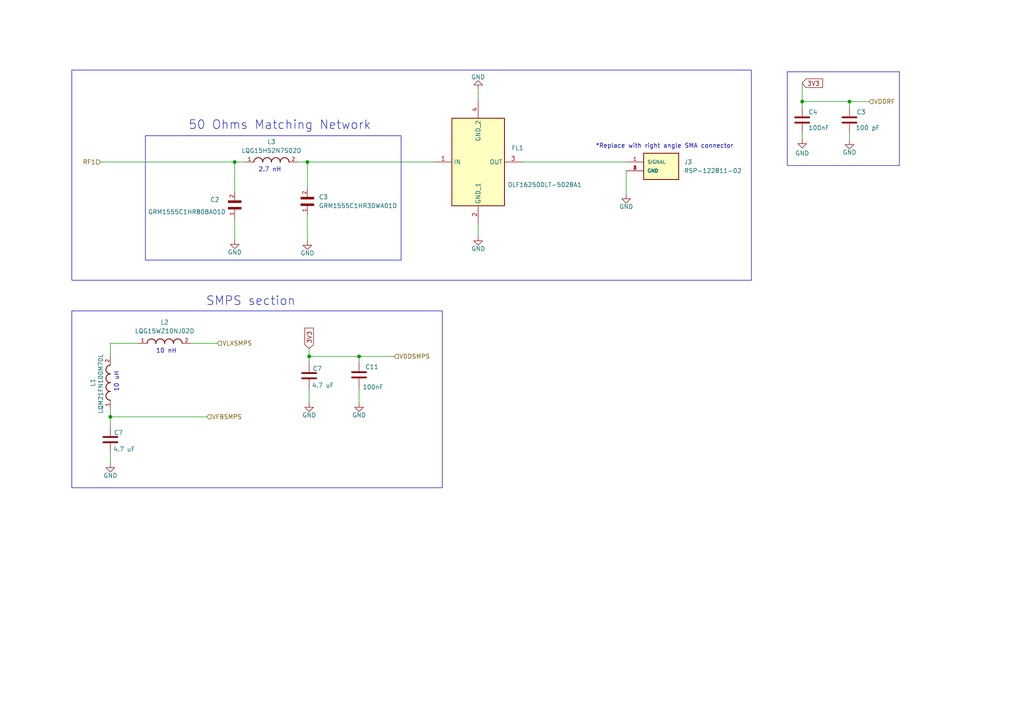
<source format=kicad_sch>
(kicad_sch (version 20230121) (generator eeschema)
  (paper "A4")
  (lib_symbols
    (symbol "DLF162500LT-5028A1:DLF162500LT-5028A1"
      (property "Reference" "FL" (at 21.59 17.78 0))
      (property "Value" "DLF162500LT-5028A1" (at 21.59 15.24 0))
      (symbol "DLF162500LT-5028A1_1_1"
        (rectangle (start 5.08 12.7) (end 20.32 -12.7) (stroke (width 0.254)) (fill (type background)))
        (pin passive line (at 0 0 0) (length 5.08) (name "IN") (number "1"))
        (pin passive line (at 12.7 -17.78 90) (length 5.08) (name "GND_1") (number "2"))
        (pin passive line (at 25.4 0 180) (length 5.08) (name "OUT") (number "3"))
        (pin passive line (at 12.7 17.78 270) (length 5.08) (name "GND_2") (number "4"))
      )
    )
    (symbol "Device:C" (pin_numbers hide) (pin_names (offset 0.254))
      (property "Reference" "C" (at 0.635 2.54 0))
      (property "Value" "C" (at 0.635 -2.54 0))
      (symbol "C_0_1"
        (polyline (pts (xy -2.032 -0.762) (xy 2.032 -0.762)) (stroke (width 0.508)))
        (polyline (pts (xy -2.032 0.762) (xy 2.032 0.762)) (stroke (width 0.508)))
      )
      (symbol "C_1_1"
        (pin passive line (at 0 3.81 270) (length 2.794) (name "~") (number "1"))
        (pin passive line (at 0 -3.81 90) (length 2.794) (name "~") (number "2"))
      )
    )
    (symbol "GRM1555C1HR30WA01D:GRM1555C1HR30WA01D" (pin_names (offset 1.016))
      (property "Reference" "C" (at 0 3.8109 0))
      (property "Value" "GRM1555C1HR30WA01D" (at 0 -5.0885 0))
      (symbol "GRM1555C1HR30WA01D_0_0"
        (rectangle (start 0 -1.9069) (end 0.635 1.905) (stroke (width 0.1)) (fill (type outline)))
        (rectangle (start 1.9069 -1.9069) (end 2.54 1.905) (stroke (width 0.1)) (fill (type outline)))
        (pin passive line (at -2.54 0 0) (length 2.54) (name "~") (number "1"))
        (pin passive line (at 5.08 0 180) (length 2.54) (name "~") (number "2"))
      )
    )
    (symbol "GRM1555C1HR80BA01D:GRM1555C1HR80BA01D" (pin_names (offset 1.016))
      (property "Reference" "C" (at 0 3.8109 0))
      (property "Value" "GRM1555C1HR80BA01D" (at 0 -5.0885 0))
      (symbol "GRM1555C1HR80BA01D_0_0"
        (rectangle (start 0 -1.9069) (end 0.635 1.905) (stroke (width 0.1)) (fill (type outline)))
        (rectangle (start 1.9069 -1.9069) (end 2.54 1.905) (stroke (width 0.1)) (fill (type outline)))
        (pin passive line (at -2.54 0 0) (length 2.54) (name "~") (number "1"))
        (pin passive line (at 5.08 0 180) (length 2.54) (name "~") (number "2"))
      )
    )
    (symbol "LQG15HS2N7S02D:LQG15HS2N7S02D" (pin_names (offset 1.016))
      (property "Reference" "L" (at -7.62 5.08 0))
      (property "Value" "LQG15HS2N7S02D" (at -7.62 2.54 0))
      (symbol "LQG15HS2N7S02D_0_0"
        (arc (start -2.54 0) (mid -3.81 1.2645) (end -5.08 0) (stroke (width 0.254)))
        (arc (start 0 0) (mid -1.27 1.2645) (end -2.54 0) (stroke (width 0.254)))
        (arc (start 2.54 0) (mid 1.27 1.2645) (end 0 0) (stroke (width 0.254)))
        (arc (start 5.08 0) (mid 3.81 1.2645) (end 2.54 0) (stroke (width 0.254)))
        (pin passive line (at -7.62 0 0) (length 2.54) (name "~") (number "1"))
        (pin passive line (at 7.62 0 180) (length 2.54) (name "~") (number "2"))
      )
    )
    (symbol "LQG15WZ10NJ02D:LQG15WZ10NJ02D" (pin_names (offset 1.016))
      (property "Reference" "L" (at -7.62 5.08 0))
      (property "Value" "LQG15WZ10NJ02D" (at -7.62 2.54 0))
      (symbol "LQG15WZ10NJ02D_0_0"
        (arc (start -2.54 0) (mid -3.81 1.2645) (end -5.08 0) (stroke (width 0.254)))
        (arc (start 0 0) (mid -1.27 1.2645) (end -2.54 0) (stroke (width 0.254)))
        (arc (start 2.54 0) (mid 1.27 1.2645) (end 0 0) (stroke (width 0.254)))
        (arc (start 5.08 0) (mid 3.81 1.2645) (end 2.54 0) (stroke (width 0.254)))
        (pin passive line (at -7.62 0 0) (length 2.54) (name "~") (number "1"))
        (pin passive line (at 7.62 0 180) (length 2.54) (name "~") (number "2"))
      )
    )
    (symbol "LQM21FN100M70L:LQM21FN100M70L" (pin_names (offset 1.016))
      (property "Reference" "L" (at -7.62 5.08 0))
      (property "Value" "LQM21FN100M70L" (at -7.62 2.54 0))
      (symbol "LQM21FN100M70L_0_0"
        (arc (start -2.54 0) (mid -3.81 1.2645) (end -5.08 0) (stroke (width 0.254)))
        (arc (start 0 0) (mid -1.27 1.2645) (end -2.54 0) (stroke (width 0.254)))
        (arc (start 2.54 0) (mid 1.27 1.2645) (end 0 0) (stroke (width 0.254)))
        (arc (start 5.08 0) (mid 3.81 1.2645) (end 2.54 0) (stroke (width 0.254)))
        (pin passive line (at -7.62 0 0) (length 2.54) (name "~") (number "1"))
        (pin passive line (at 7.62 0 180) (length 2.54) (name "~") (number "2"))
      )
    )
    (symbol "RSP-122811-02:RSP-122811-02" (pin_names (offset 1.016))
      (property "Reference" "J" (at -2.5418 2.5418 0))
      (property "Value" "RSP-122811-02" (at -2.5416 -7.6246 0))
      (symbol "RSP-122811-02_0_0"
        (rectangle (start -2.54 -5.08) (end 7.62 2.54) (stroke (width 0.254)) (fill (type background)))
        (pin power_in line (at -7.62 0 0) (length 5.08) (name "SIGNAL") (number "1"))
        (pin power_in line (at -7.62 -2.54 0) (length 5.08) (name "GND") (number "2"))
        (pin power_in line (at -7.62 -2.54 0) (length 5.08) (name "GND") (number "3"))
        (pin power_in line (at -7.62 -2.54 0) (length 5.08) (name "GND") (number "4"))
      )
    )
    (symbol "power:GND" (power) (pin_names (offset 0))
      (property "Value" "GND" (at 0 -3.81 0))
      (symbol "GND_0_1"
        (polyline (pts (xy 0 0) (xy 0 -1.27) (xy 1.27 -1.27) (xy 0 -2.54) (xy -1.27 -1.27) (xy 0 -1.27)))
      )
      (symbol "GND_1_1"
        (pin power_in line (at 0 0 270) (length 0) hide (name "GND") (number "1"))
      )
    )
  )
  (junction (at 246.38 29.464))
  (junction (at 32.004 120.904))
  (junction (at 104.14 103.378))
  (junction (at 68.072 46.99))
  (junction (at 89.154 46.99))
  (junction (at 232.664 29.464))
  (junction (at 89.662 103.378))
  (wire (pts (xy 246.38 30.988) (xy 246.38 29.464)))
  (wire (pts (xy 32.004 120.904) (xy 32.004 123.698)))
  (wire (pts (xy 232.664 24.13) (xy 232.664 29.464)))
  (wire (pts (xy 89.662 103.378) (xy 104.14 103.378)))
  (wire (pts (xy 89.154 46.99) (xy 125.984 46.99)))
  (wire (pts (xy 68.072 46.99) (xy 68.072 55.626)))
  (wire (pts (xy 29.21 46.99) (xy 68.072 46.99)))
  (wire (pts (xy 32.004 131.318) (xy 32.004 134.366)))
  (wire (pts (xy 232.664 29.464) (xy 232.664 30.988)))
  (wire (pts (xy 232.664 38.608) (xy 232.664 40.386)))
  (wire (pts (xy 89.154 46.99) (xy 89.154 54.61)))
  (wire (pts (xy 138.684 25.908) (xy 138.684 29.21)))
  (wire (pts (xy 55.372 99.568) (xy 62.992 99.568)))
  (wire (pts (xy 104.14 103.378) (xy 114.3 103.378)))
  (wire (pts (xy 86.36 46.99) (xy 89.154 46.99)))
  (wire (pts (xy 246.38 38.608) (xy 246.38 40.64)))
  (wire (pts (xy 89.154 62.23) (xy 89.154 69.85)))
  (wire (pts (xy 68.072 63.246) (xy 68.072 69.596)))
  (wire (pts (xy 89.662 103.378) (xy 89.662 105.156)))
  (wire (pts (xy 246.38 29.464) (xy 232.664 29.464)))
  (wire (pts (xy 151.384 46.99) (xy 181.61 46.99)))
  (wire (pts (xy 246.38 29.464) (xy 251.968 29.464)))
  (wire (pts (xy 40.132 99.568) (xy 32.004 99.568)))
  (wire (pts (xy 104.14 112.522) (xy 104.14 116.84)))
  (wire (pts (xy 89.662 101.092) (xy 89.662 103.378)))
  (wire (pts (xy 104.14 104.902) (xy 104.14 103.378)))
  (wire (pts (xy 32.004 99.568) (xy 32.004 103.378)))
  (wire (pts (xy 68.072 46.99) (xy 71.12 46.99)))
  (wire (pts (xy 138.684 64.77) (xy 138.684 68.58)))
  (wire (pts (xy 32.004 118.618) (xy 32.004 120.904)))
  (wire (pts (xy 89.662 112.776) (xy 89.662 116.84)))
  (wire (pts (xy 59.944 120.904) (xy 32.004 120.904)))
  (wire (pts (xy 181.61 49.53) (xy 181.61 56.388)))
  (rectangle (start 20.828 20.32) (end 217.932 81.28))
  (rectangle (start 228.346 20.828) (end 260.858 48.006))
  (rectangle (start 42.164 39.37) (end 116.332 75.438))
  (rectangle (start 20.828 90.17) (end 128.27 141.478))
  (text "2.7 nH\n" (at 74.93 50.038 0) (effects (font (size 1.27 1.27)) (justify left bottom)))
  (text "10 nH\n" (at 45.212 102.616 0) (effects (font (size 1.27 1.27)) (justify left bottom)))
  (text "*Replace with right angle SMA connector" (at 172.72 43.18 0) (effects (font (size 1.27 1.27)) (justify left bottom)))
  (text "SMPS section\n" (at 59.69 88.9 0) (effects (font (size 2.54 2.54)) (justify left bottom)))
  (text "50 Ohms Matching Network" (at 54.61 37.846 0) (effects (font (size 2.54 2.54)) (justify left bottom)))
  (text "10 uH" (at 34.544 113.792 90) (effects (font (size 1.27 1.27)) (justify left bottom)))
  (global_label "3V3" (shape input) (at 232.664 24.13 0) (property "Intersheetrefs" "${INTERSHEET_REFS}" (effects hide)))
  (global_label "3V3" (shape input) (at 89.662 101.092 90) (property "Intersheetrefs" "${INTERSHEET_REFS}" (effects hide)))
  (hierarchical_label "VFBSMPS" (shape input) (at 59.944 120.904 0))
  (hierarchical_label "VDDSMPS" (shape input) (at 114.3 103.378 0))
  (hierarchical_label "VLXSMPS" (shape input) (at 62.992 99.568 0))
  (hierarchical_label "VDDRF" (shape input) (at 251.968 29.464 0))
  (hierarchical_label "RF1" (shape input) (at 29.21 46.99 180))
  (symbol (lib_id "Device:C") (at 232.664 34.798 0) (unit 1)
    (property "Reference" "C4" (at 234.442 32.512 0) (effects (justify left)))
    (property "Value" "100nF" (at 234.442 37.084 0) (effects (justify left)))
    (property "Footprint" "Capacitor_SMD:C_0402_1005Metric" (effects hide))
    (instances (project "STM32WB breakout board" (path "" (reference "C4") (unit 1)) (path "" (reference "C13") (unit 1))) (project "RF Section_sch" (path "" (reference "C4") (unit 1))))
  )
  (symbol (lib_id "Device:C") (at 246.38 34.798 0) (unit 1)
    (property "Reference" "C3" (at 248.412 32.512 0) (effects (justify left)))
    (property "Value" "100 pF" (at 248.158 37.084 0) (effects (justify left)))
    (property "Footprint" "Capacitor_SMD:C_0402_1005Metric" (effects hide))
    (instances (project "STM32WB breakout board" (path "" (reference "C3") (unit 1)) (path "" (reference "C14") (unit 1))) (project "RF Section_sch" (path "" (reference "C3") (unit 1))))
  )
  (symbol (lib_id "Device:C") (at 32.004 127.508 0) (unit 1)
    (property "Reference" "C7" (at 33.02 125.476 0) (effects (justify left)))
    (property "Value" "4.7 uF" (at 32.766 130.302 0) (effects (justify left)))
    (property "Footprint" "Capacitor_THT:CP_Radial_D5.0mm_P2.00mm" (effects hide))
    (instances (project "STM32WB breakout board" (path "" (reference "C7") (unit 1)) (path "" (reference "C1") (unit 1))) (project "RF Section_sch" (path "" (reference "C7") (unit 1))))
  )
  (symbol (lib_id "LQM21FN100M70L:LQM21FN100M70L") (at 32.004 110.998 90) (unit 1)
    (property "Reference" "L1" (at 26.924 109.728 0) (effects (justify right)))
    (property "Value" "LQM21FN100M70L" (at 29.21 102.616 0) (effects (justify right)))
    (property "Footprint" "LQM21FN100M70L:INDC2012X145N" (effects hide))
    (property "MF" "Murata" (effects hide))
    (property "Description" "\nInductor with Inductance: 10uH Tol. +/-20%, Package: 0805 (2012)\n" (effects hide))
    (property "Package" "2012 Bourns" (effects hide))
    (property "Price" "None" (effects hide))
    (property "SnapEDA_Link" "https://www.snapeda.com/parts/LQM21FN100M70L/Murata+Electronics+North+America/view-part/?ref=snap" (effects hide))
    (property "MP" "LQM21FN100M70L" (effects hide))
    (property "Purchase-URL" "https://www.snapeda.com/api/url_track_click_mouser/?unipart_id=571581&manufacturer=Murata&part_name=LQM21FN100M70L&search_term=murata lqm21fn100m70l" (effects hide))
    (property "Availability" "In Stock" (effects hide))
    (property "Check_prices" "https://www.snapeda.com/parts/LQM21FN100M70L/Murata+Electronics+North+America/view-part/?ref=eda" (effects hide))
    (instances (project "STM32WB breakout board" (path "" (reference "L1") (unit 1))) (project "RF Section_sch" (path "" (reference "L3") (unit 1))))
  )
  (symbol (lib_id "power:GND") (at 89.154 69.85 0) (unit 1)
    (property "Reference" "#PWR01" (effects hide))
    (property "Value" "GND" (at 87.122 73.406 0) (effects (justify left)))
    (instances (project "STM32WB breakout board" (path "" (reference "#PWR01") (unit 1)) (path "" (reference "#PWR08") (unit 1))) (project "RF Section_sch" (path "" (reference "#PWR01") (unit 1))))
  )
  (symbol (lib_id "power:GND") (at 89.662 116.84 0) (unit 1)
    (property "Reference" "#PWR01" (effects hide))
    (property "Value" "GND" (at 87.63 120.396 0) (effects (justify left)))
    (instances (project "STM32WB breakout board" (path "" (reference "#PWR01") (unit 1)) (path "" (reference "#PWR010") (unit 1))) (project "RF Section_sch" (path "" (reference "#PWR01") (unit 1))))
  )
  (symbol (lib_id "RSP-122811-02:RSP-122811-02") (at 189.23 46.99 0) (unit 1)
    (property "Reference" "J3" (at 198.374 46.99 0) (effects (justify left)))
    (property "Value" "RSP-122811-02" (at 198.374 49.53 0) (effects (justify left)))
    (property "Footprint" "RSP-122811-02:SAMTEC_RSP-122811-02" (effects hide))
    (property "MF" "Samtec Inc." (effects hide))
    (property "Description" "\nIPEX MHFIII Connector Receptacle, Male Pin 50 Ohms Surface Mount Solder\n" (effects hide))
    (property "Package" "None" (effects hide))
    (property "Price" "None" (effects hide))
    (property "Check_prices" "https://www.snapeda.com/parts/RSP-122811-02/Samtec+Inc./view-part/?ref=eda" (effects hide))
    (property "STANDARD" "Manufacturer recommendations" (effects hide))
    (property "SnapEDA_Link" "https://www.snapeda.com/parts/RSP-122811-02/Samtec+Inc./view-part/?ref=snap" (effects hide))
    (property "MP" "RSP-122811-02" (effects hide))
    (property "Purchase-URL" "https://www.snapeda.com/api/url_track_click_mouser/?unipart_id=2771725&manufacturer=Samtec Inc.&part_name=RSP-122811-02&search_term=ipex connector" (effects hide))
    (property "Availability" "In Stock" (effects hide))
    (property "MANUFACTURER" "SAMTEC" (effects hide))
  )
  (symbol (lib_id "Device:C") (at 89.662 108.966 0) (unit 1)
    (property "Reference" "C7" (at 90.678 106.934 0) (effects (justify left)))
    (property "Value" "4.7 uF" (at 90.424 111.76 0) (effects (justify left)))
    (property "Footprint" "Capacitor_THT:CP_Radial_D5.0mm_P2.00mm" (effects hide))
    (instances (project "STM32WB breakout board" (path "" (reference "C7") (unit 1)) (path "" (reference "C4") (unit 1))) (project "RF Section_sch" (path "" (reference "C7") (unit 1))))
  )
  (symbol (lib_id "power:GND") (at 138.684 25.908 180) (unit 1)
    (property "Reference" "#PWR01" (effects hide))
    (property "Value" "GND" (at 140.716 22.352 0) (effects (justify left)))
    (instances (project "STM32WB breakout board" (path "" (reference "#PWR01") (unit 1)) (path "" (reference "#PWR012") (unit 1))) (project "RF Section_sch" (path "" (reference "#PWR01") (unit 1))))
  )
  (symbol (lib_id "Device:C") (at 104.14 108.712 0) (unit 1)
    (property "Reference" "C11" (at 105.918 106.426 0) (effects (justify left)))
    (property "Value" "100nF" (at 105.156 112.268 0) (effects (justify left)))
    (property "Footprint" "Capacitor_SMD:C_0402_1005Metric" (effects hide))
    (instances (project "STM32WB breakout board" (path "" (reference "C11") (unit 1)) (path "" (reference "C12") (unit 1))) (project "RF Section_sch" (path "" (reference "C11") (unit 1))))
  )
  (symbol (lib_id "power:GND") (at 181.61 56.388 0) (unit 1)
    (property "Reference" "#PWR01" (effects hide))
    (property "Value" "GND" (at 179.578 59.944 0) (effects (justify left)))
    (instances (project "STM32WB breakout board" (path "" (reference "#PWR01") (unit 1)) (path "" (reference "#PWR014") (unit 1))) (project "RF Section_sch" (path "" (reference "#PWR01") (unit 1))))
  )
  (symbol (lib_id "power:GND") (at 32.004 134.366 0) (unit 1)
    (property "Reference" "#PWR01" (effects hide))
    (property "Value" "GND" (at 29.972 137.922 0) (effects (justify left)))
  )
  (symbol (lib_id "LQG15HS2N7S02D:LQG15HS2N7S02D") (at 78.74 46.99 0) (unit 1)
    (property "Reference" "L3" (at 78.74 41.148 0))
    (property "Value" "LQG15HS2N7S02D" (at 78.74 43.688 0))
    (property "Footprint" "LQG15HS2N7S02D:INDC1005X55N" (effects hide))
    (property "MF" "Murata" (effects hide))
    (property "Description" "\nInductor with Inductance: 2.7nH Tol. +/-0.3nH, Package: 0402 (1005)\n" (effects hide))
    (property "Package" "1005 Murata" (effects hide))
    (property "Price" "None" (effects hide))
    (property "SnapEDA_Link" "https://www.snapeda.com/parts/LQG15HS2N7S02D/Murata+Electronics+North+America/view-part/?ref=snap" (effects hide))
    (property "MP" "LQG15HS2N7S02D" (effects hide))
    (property "Purchase-URL" "https://www.snapeda.com/api/url_track_click_mouser/?unipart_id=214820&manufacturer=Murata&part_name=LQG15HS2N7S02D&search_term=lqg15hs2n7s02d" (effects hide))
    (property "Availability" "In Stock" (effects hide))
    (property "Check_prices" "https://www.snapeda.com/parts/LQG15HS2N7S02D/Murata+Electronics+North+America/view-part/?ref=eda" (effects hide))
    (instances (project "STM32WB breakout board" (path "" (reference "L3") (unit 1))) (project "RF Section_sch" (path "" (reference "L1") (unit 1))))
  )
  (symbol (lib_id "GRM1555C1HR30WA01D:GRM1555C1HR30WA01D") (at 89.154 59.69 90) (unit 1)
    (property "Reference" "C3" (at 92.456 57.15 90) (effects (justify right)))
    (property "Value" "GRM1555C1HR30WA01D" (at 92.456 59.69 90) (effects (justify right)))
    (property "Footprint" "GRM1555C1HR30WA01D:CAPC1005X55N" (effects hide))
    (property "MF" "Murata" (effects hide))
    (property "Description" "\nSMD Capacitor C0G(EIA) with Capacitance: 0.30pF Tol. 0.05pF. Rated Voltage: 50Vdc\n" (effects hide))
    (property "Package" "1005 Taiyo Yuden" (effects hide))
    (property "Price" "None" (effects hide))
    (property "SnapEDA_Link" "https://www.snapeda.com/parts/GRM1555C1HR30WA01D/Murata+Electronics+North+America/view-part/?ref=snap" (effects hide))
    (property "MP" "GRM1555C1HR30WA01D" (effects hide))
    (property "Purchase-URL" "https://www.snapeda.com/api/url_track_click_mouser/?unipart_id=1765004&manufacturer=Murata&part_name=GRM1555C1HR30WA01D&search_term=grm1555c1hr30wa01d" (effects hide))
    (property "Availability" "In Stock" (effects hide))
    (property "Check_prices" "https://www.snapeda.com/parts/GRM1555C1HR30WA01D/Murata+Electronics+North+America/view-part/?ref=eda" (effects hide))
    (instances (project "STM32WB breakout board" (path "" (reference "C3") (unit 1))) (project "RF Section_sch" (path "" (reference "C4") (unit 1))))
  )
  (symbol (lib_id "LQG15WZ10NJ02D:LQG15WZ10NJ02D") (at 47.752 99.568 0) (unit 1)
    (property "Reference" "L2" (at 47.752 93.472 0))
    (property "Value" "LQG15WZ10NJ02D" (at 47.752 96.012 0))
    (property "Footprint" "LQG15WZ10NJ02D:INDC1006X60N" (effects hide))
    (property "MF" "Murata" (effects hide))
    (property "Description" "\nInductor with Inductance: 10nH Tol. +/-5%, Package: 0402 (1005)\n" (effects hide))
    (property "Package" "1006 Murata" (effects hide))
    (property "Price" "None" (effects hide))
    (property "SnapEDA_Link" "https://www.snapeda.com/parts/LQG15WZ10NJ02D/Murata+Electronics+North+America/view-part/?ref=snap" (effects hide))
    (property "MP" "LQG15WZ10NJ02D" (effects hide))
    (property "Purchase-URL" "https://www.snapeda.com/api/url_track_click_mouser/?unipart_id=1498715&manufacturer=Murata&part_name=LQG15WZ10NJ02D&search_term= lqg15wz10nj02d" (effects hide))
    (property "Availability" "In Stock" (effects hide))
    (property "Check_prices" "https://www.snapeda.com/parts/LQG15WZ10NJ02D/Murata+Electronics+North+America/view-part/?ref=eda" (effects hide))
  )
  (symbol (lib_id "power:GND") (at 138.684 68.58 0) (unit 1)
    (property "Reference" "#PWR01" (effects hide))
    (property "Value" "GND" (at 136.652 72.136 0) (effects (justify left)))
    (instances (project "STM32WB breakout board" (path "" (reference "#PWR01") (unit 1)) (path "" (reference "#PWR013") (unit 1))) (project "RF Section_sch" (path "" (reference "#PWR01") (unit 1))))
  )
  (symbol (lib_id "GRM1555C1HR80BA01D:GRM1555C1HR80BA01D") (at 68.072 60.706 90) (unit 1)
    (property "Reference" "C2" (at 60.96 57.912 90) (effects (justify right)))
    (property "Value" "GRM1555C1HR80BA01D" (at 42.926 61.468 90) (effects (justify right)))
    (property "Footprint" "GRM1555C1HR80BA01D:CAPC1005X55N" (effects hide))
    (property "MF" "Murata" (effects hide))
    (property "Description" "\nSMD Capacitor C0G(EIA) with Capacitance: 0.80pF Tol. 0.1pF. Rated Voltage: 50Vdc\n" (effects hide))
    (property "Package" "1005 Taiyo Yuden" (effects hide))
    (property "Price" "None" (effects hide))
    (property "SnapEDA_Link" "https://www.snapeda.com/parts/GRM1555C1HR80BA01D/Murata+Electronics+North+America/view-part/?ref=snap" (effects hide))
    (property "MP" "GRM1555C1HR80BA01D" (effects hide))
    (property "Purchase-URL" "https://www.snapeda.com/api/url_track_click_mouser/?unipart_id=1763957&manufacturer=Murata&part_name=GRM1555C1HR80BA01D&search_term=grm1555c1hr80ba01d" (effects hide))
    (property "Availability" "In Stock" (effects hide))
    (property "Check_prices" "https://www.snapeda.com/parts/GRM1555C1HR80BA01D/Murata+Electronics+North+America/view-part/?ref=eda" (effects hide))
    (instances (project "STM32WB breakout board" (path "" (reference "C2") (unit 1))) (project "RF Section_sch" (path "" (reference "C3") (unit 1))))
  )
  (symbol (lib_id "power:GND") (at 104.14 116.84 0) (unit 1)
    (property "Reference" "#PWR01" (effects hide))
    (property "Value" "GND" (at 102.108 120.396 0) (effects (justify left)))
    (instances (project "STM32WB breakout board" (path "" (reference "#PWR01") (unit 1)) (path "" (reference "#PWR011") (unit 1))) (project "RF Section_sch" (path "" (reference "#PWR01") (unit 1))))
  )
  (symbol (lib_id "power:GND") (at 232.664 40.386 0) (unit 1)
    (property "Reference" "#PWR01" (effects hide))
    (property "Value" "GND" (at 230.632 44.45 0) (effects (justify left)))
    (instances (project "STM32WB breakout board" (path "" (reference "#PWR01") (unit 1)) (path "" (reference "#PWR016") (unit 1))) (project "RF Section_sch" (path "" (reference "#PWR01") (unit 1))))
  )
  (symbol (lib_id "power:GND") (at 246.38 40.64 0) (unit 1)
    (property "Reference" "#PWR01" (effects hide))
    (property "Value" "GND" (at 244.348 44.196 0) (effects (justify left)))
    (instances (project "STM32WB breakout board" (path "" (reference "#PWR01") (unit 1)) (path "" (reference "#PWR017") (unit 1))) (project "RF Section_sch" (path "" (reference "#PWR01") (unit 1))))
  )
  (symbol (lib_id "DLF162500LT-5028A1:DLF162500LT-5028A1") (at 125.984 46.99 0) (unit 1)
    (property "Reference" "FL1" (at 150.114 42.926 0))
    (property "Value" "DLF162500LT-5028A1" (at 157.988 53.594 0))
    (property "Footprint" "Filter:DLF162500LT5028A1" (effects hide))
    (property "Datasheet" "https://product.tdk.com/system/files/dam/doc/product/rf/rf/filter/catalog/rf_lpf_dlf162500lt-5028a1_en.pdf" (effects hide))
    (property "Height" "0.4" (effects hide))
    (property "Manufacturer_Name" "TDK" (effects hide))
    (property "Manufacturer_Part_Number" "DLF162500LT-5028A1" (effects hide))
    (property "Mouser Part Number" "810-DLF16250LT5028A1" (effects hide))
    (property "Mouser Price/Stock" "https://www.mouser.co.uk/ProductDetail/TDK/DLF162500LT-5028A1?qs=U%2FZX79kHR%2FlwIbAISCs3qA%3D%3D" (effects hide))
    (property "Arrow Part Number" "DLF162500LT-5028A1" (effects hide))
    (property "Arrow Price/Stock" "https://www.arrow.com/en/products/dlf162500lt-5028a1/tdk?region=europe" (effects hide))
  )
  (symbol (lib_id "power:GND") (at 68.072 69.596 0) (unit 1)
    (property "Reference" "#PWR01" (effects hide))
    (property "Value" "GND" (at 66.04 73.152 0) (effects (justify left)))
    (instances (project "STM32WB breakout board" (path "" (reference "#PWR01") (unit 1)) (path "" (reference "#PWR03") (unit 1))) (project "RF Section_sch" (path "" (reference "#PWR01") (unit 1))))
  )
)
</source>
